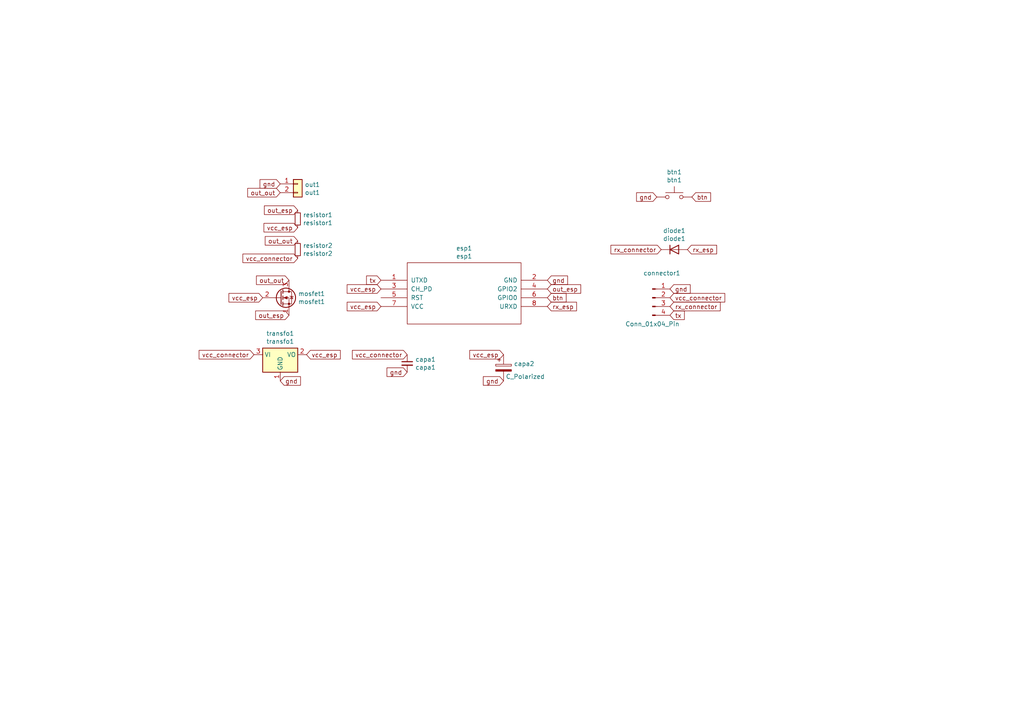
<source format=kicad_sch>
(kicad_sch (version 20230121) (generator eeschema)
  (paper "A4")
  (lib_symbols
    (symbol "Connector:Conn_01x04_Pin" (pin_names (offset 1.016) hide)
      (property "Reference" "J" (at 0 5.08 0))
      (property "Value" "Conn_01x04_Pin" (at 0 -7.62 0))
      (symbol "Conn_01x04_Pin_1_1"
        (polyline (pts (xy 1.27 -5.08) (xy 0.8636 -5.08)) (stroke (width 0.1524)))
        (polyline (pts (xy 1.27 -2.54) (xy 0.8636 -2.54)) (stroke (width 0.1524)))
        (polyline (pts (xy 1.27 0) (xy 0.8636 0)) (stroke (width 0.1524)))
        (polyline (pts (xy 1.27 2.54) (xy 0.8636 2.54)) (stroke (width 0.1524)))
        (rectangle (start 0.8636 -4.953) (end 0 -5.207) (stroke (width 0.1524)) (fill (type outline)))
        (rectangle (start 0.8636 -2.413) (end 0 -2.667) (stroke (width 0.1524)) (fill (type outline)))
        (rectangle (start 0.8636 0.127) (end 0 -0.127) (stroke (width 0.1524)) (fill (type outline)))
        (rectangle (start 0.8636 2.667) (end 0 2.413) (stroke (width 0.1524)) (fill (type outline)))
        (pin passive line (at 5.08 2.54 180) (length 3.81) (name "Pin_1") (number "1"))
        (pin passive line (at 5.08 0 180) (length 3.81) (name "Pin_2") (number "2"))
        (pin passive line (at 5.08 -2.54 180) (length 3.81) (name "Pin_3") (number "3"))
        (pin passive line (at 5.08 -5.08 180) (length 3.81) (name "Pin_4") (number "4"))
      )
    )
    (symbol "Connector_Generic:Conn_01x02" (pin_names (offset 1.016) hide)
      (property "Reference" "J" (at 0 2.54 0))
      (property "Value" "Conn_01x02" (at 0 -5.08 0))
      (symbol "Conn_01x02_1_1"
        (rectangle (start -1.27 -2.413) (end 0 -2.667) (stroke (width 0.1524)))
        (rectangle (start -1.27 0.127) (end 0 -0.127) (stroke (width 0.1524)))
        (rectangle (start -1.27 1.27) (end 1.27 -3.81) (stroke (width 0.254)) (fill (type background)))
        (pin passive line (at -5.08 0 0) (length 3.81) (name "Pin_1") (number "1"))
        (pin passive line (at -5.08 -2.54 0) (length 3.81) (name "Pin_2") (number "2"))
      )
    )
    (symbol "Device:C_Polarized" (pin_numbers hide) (pin_names (offset 0.254))
      (property "Reference" "C" (at 0.635 2.54 0))
      (property "Value" "C_Polarized" (at 0.635 -2.54 0))
      (symbol "C_Polarized_0_1"
        (rectangle (start -2.286 0.508) (end 2.286 1.016))
        (polyline (pts (xy -1.778 2.286) (xy -0.762 2.286)))
        (polyline (pts (xy -1.27 2.794) (xy -1.27 1.778)))
        (rectangle (start 2.286 -0.508) (end -2.286 -1.016) (fill (type outline)))
      )
      (symbol "C_Polarized_1_1"
        (pin passive line (at 0 3.81 270) (length 2.794) (name "~") (number "1"))
        (pin passive line (at 0 -3.81 90) (length 2.794) (name "~") (number "2"))
      )
    )
    (symbol "Device:C_Small" (pin_numbers hide) (pin_names (offset 0.254) hide)
      (property "Reference" "C" (at 0.254 1.778 0))
      (property "Value" "C_Small" (at 0.254 -2.032 0))
      (symbol "C_Small_0_1"
        (polyline (pts (xy -1.524 -0.508) (xy 1.524 -0.508)) (stroke (width 0.3302)))
        (polyline (pts (xy -1.524 0.508) (xy 1.524 0.508)) (stroke (width 0.3048)))
      )
      (symbol "C_Small_1_1"
        (pin passive line (at 0 2.54 270) (length 2.032) (name "~") (number "1"))
        (pin passive line (at 0 -2.54 90) (length 2.032) (name "~") (number "2"))
      )
    )
    (symbol "Device:D" (pin_numbers hide) (pin_names (offset 1.016) hide)
      (property "Reference" "D" (at 0 2.54 0))
      (property "Value" "D" (at 0 -2.54 0))
      (symbol "D_0_1"
        (polyline (pts (xy -1.27 1.27) (xy -1.27 -1.27)) (stroke (width 0.254)))
        (polyline (pts (xy 1.27 0) (xy -1.27 0)))
        (polyline (pts (xy 1.27 1.27) (xy 1.27 -1.27) (xy -1.27 0) (xy 1.27 1.27)) (stroke (width 0.254)))
      )
      (symbol "D_1_1"
        (pin passive line (at -3.81 0 0) (length 2.54) (name "K") (number "1"))
        (pin passive line (at 3.81 0 180) (length 2.54) (name "A") (number "2"))
      )
    )
    (symbol "Device:R_Small" (pin_numbers hide) (pin_names (offset 0.254) hide)
      (property "Reference" "R" (at 0.762 0.508 0))
      (property "Value" "R_Small" (at 0.762 -1.016 0))
      (symbol "R_Small_0_1"
        (rectangle (start -0.762 1.778) (end 0.762 -1.778) (stroke (width 0.2032)))
      )
      (symbol "R_Small_1_1"
        (pin passive line (at 0 2.54 270) (length 0.762) (name "~") (number "1"))
        (pin passive line (at 0 -2.54 90) (length 0.762) (name "~") (number "2"))
      )
    )
    (symbol "ESP8266:ESP-01v090" (pin_names (offset 1.016))
      (property "Reference" "U" (at 0 -2.54 0))
      (property "Value" "ESP-01v090" (at 0 2.54 0))
      (symbol "ESP-01v090_1_0"
        (rectangle (start -16.51 -8.89) (end 16.51 8.89))
      )
      (symbol "ESP-01v090_1_1"
        (pin output line (at -24.13 3.81 0) (length 7.62) (name "UTXD") (number "1"))
        (pin power_in line (at 24.13 3.81 180) (length 7.62) (name "GND") (number "2"))
        (pin input line (at -24.13 1.27 0) (length 7.62) (name "CH_PD") (number "3"))
        (pin tri_state line (at 24.13 1.27 180) (length 7.62) (name "GPIO2") (number "4"))
        (pin input line (at -24.13 -1.27 0) (length 7.62) (name "RST") (number "5"))
        (pin tri_state line (at 24.13 -1.27 180) (length 7.62) (name "GPIO0") (number "6"))
        (pin power_in line (at -24.13 -3.81 0) (length 7.62) (name "VCC") (number "7"))
        (pin input line (at 24.13 -3.81 180) (length 7.62) (name "URXD") (number "8"))
      )
    )
    (symbol "Regulator_Linear:LD1117S33TR_SOT223"
      (property "Reference" "U" (at -3.81 3.175 0))
      (property "Value" "LD1117S33TR_SOT223" (at 0 3.175 0))
      (symbol "LD1117S33TR_SOT223_0_1"
        (rectangle (start -5.08 -5.08) (end 5.08 1.905) (stroke (width 0.254)) (fill (type background)))
      )
      (symbol "LD1117S33TR_SOT223_1_1"
        (pin power_in line (at 0 -7.62 90) (length 2.54) (name "GND") (number "1"))
        (pin power_out line (at 7.62 0 180) (length 2.54) (name "VO") (number "2"))
        (pin power_in line (at -7.62 0 0) (length 2.54) (name "VI") (number "3"))
      )
    )
    (symbol "Switch:SW_Push" (pin_numbers hide) (pin_names (offset 1.016) hide)
      (property "Reference" "SW" (at 1.27 2.54 0))
      (property "Value" "SW_Push" (at 0 -1.524 0))
      (symbol "SW_Push_0_1"
        (circle (center -2.032 0) (radius 0.508))
        (polyline (pts (xy 0 1.27) (xy 0 3.048)))
        (polyline (pts (xy 2.54 1.27) (xy -2.54 1.27)))
        (circle (center 2.032 0) (radius 0.508))
        (pin passive line (at -5.08 0 0) (length 2.54) (name "1") (number "1"))
        (pin passive line (at 5.08 0 180) (length 2.54) (name "2") (number "2"))
      )
    )
    (symbol "Transistor_FET:2N7000" (pin_names hide)
      (property "Reference" "Q" (at 5.08 1.905 0))
      (property "Value" "2N7000" (at 5.08 0 0))
      (symbol "2N7000_0_1"
        (polyline (pts (xy 0.254 0) (xy -2.54 0)))
        (polyline (pts (xy 0.254 1.905) (xy 0.254 -1.905)) (stroke (width 0.254)))
        (polyline (pts (xy 0.762 -1.27) (xy 0.762 -2.286)) (stroke (width 0.254)))
        (polyline (pts (xy 0.762 0.508) (xy 0.762 -0.508)) (stroke (width 0.254)))
        (polyline (pts (xy 0.762 2.286) (xy 0.762 1.27)) (stroke (width 0.254)))
        (polyline (pts (xy 2.54 2.54) (xy 2.54 1.778)))
        (polyline (pts (xy 2.54 -2.54) (xy 2.54 0) (xy 0.762 0)))
        (polyline (pts (xy 0.762 -1.778) (xy 3.302 -1.778) (xy 3.302 1.778) (xy 0.762 1.778)))
        (polyline (pts (xy 1.016 0) (xy 2.032 0.381) (xy 2.032 -0.381) (xy 1.016 0)) (fill (type outline)))
        (polyline (pts (xy 2.794 0.508) (xy 2.921 0.381) (xy 3.683 0.381) (xy 3.81 0.254)))
        (polyline (pts (xy 3.302 0.381) (xy 2.921 -0.254) (xy 3.683 -0.254) (xy 3.302 0.381)))
        (circle (center 1.651 0) (radius 2.794) (stroke (width 0.254)))
        (circle (center 2.54 -1.778) (radius 0.254) (fill (type outline)))
        (circle (center 2.54 1.778) (radius 0.254) (fill (type outline)))
      )
      (symbol "2N7000_1_1"
        (pin passive line (at 2.54 -5.08 90) (length 2.54) (name "S") (number "1"))
        (pin input line (at -5.08 0 0) (length 2.54) (name "G") (number "2"))
        (pin passive line (at 2.54 5.08 270) (length 2.54) (name "D") (number "3"))
      )
    )
  )
  (global_label "vcc_esp" (shape input) (at 110.49 83.82 180) (property "Intersheetrefs" "${INTERSHEET_REFS}" (effects hide)))
  (global_label "vcc_esp" (shape input) (at 110.49 88.9 180) (property "Intersheetrefs" "${INTERSHEET_REFS}" (effects hide)))
  (global_label "btn" (shape input) (at 200.66 57.15 0) (property "Intersheetrefs" "${INTERSHEET_REFS}" (effects hide)))
  (global_label "gnd" (shape input) (at 81.28 53.34 180) (property "Intersheetrefs" "${INTERSHEET_REFS}" (effects hide)))
  (global_label "rx_connector" (shape input) (at 191.77 72.39 180) (property "Intersheetrefs" "${INTERSHEET_REFS}" (effects hide)))
  (global_label "tx" (shape input) (at 110.49 81.28 180) (property "Intersheetrefs" "${INTERSHEET_REFS}" (effects hide)))
  (global_label "vcc_connector" (shape input) (at 73.66 102.87 180) (property "Intersheetrefs" "${INTERSHEET_REFS}" (effects hide)))
  (global_label "vcc_connector" (shape input) (at 86.36 74.93 180) (property "Intersheetrefs" "${INTERSHEET_REFS}" (effects hide)))
  (global_label "gnd" (shape input) (at 146.05 110.49 180) (property "Intersheetrefs" "${INTERSHEET_REFS}" (effects hide)))
  (global_label "vcc_connector" (shape input) (at 194.31 86.36 0) (property "Intersheetrefs" "${INTERSHEET_REFS}" (effects hide)))
  (global_label "out_out" (shape input) (at 83.82 81.28 180) (property "Intersheetrefs" "${INTERSHEET_REFS}" (effects hide)))
  (global_label "vcc_esp" (shape input) (at 146.05 102.87 180) (property "Intersheetrefs" "${INTERSHEET_REFS}" (effects hide)))
  (global_label "rx_esp" (shape input) (at 199.39 72.39 0) (property "Intersheetrefs" "${INTERSHEET_REFS}" (effects hide)))
  (global_label "rx_esp" (shape input) (at 158.75 88.9 0) (property "Intersheetrefs" "${INTERSHEET_REFS}" (effects hide)))
  (global_label "vcc_esp" (shape input) (at 88.9 102.87 0) (property "Intersheetrefs" "${INTERSHEET_REFS}" (effects hide)))
  (global_label "out_out" (shape input) (at 86.36 69.85 180) (property "Intersheetrefs" "${INTERSHEET_REFS}" (effects hide)))
  (global_label "gnd" (shape input) (at 158.75 81.28 0) (property "Intersheetrefs" "${INTERSHEET_REFS}" (effects hide)))
  (global_label "out_esp" (shape input) (at 158.75 83.82 0) (property "Intersheetrefs" "${INTERSHEET_REFS}" (effects hide)))
  (global_label "vcc_connector" (shape input) (at 118.11 102.87 180) (property "Intersheetrefs" "${INTERSHEET_REFS}" (effects hide)))
  (global_label "out_esp" (shape input) (at 83.82 91.44 180) (property "Intersheetrefs" "${INTERSHEET_REFS}" (effects hide)))
  (global_label "vcc_esp" (shape input) (at 86.36 66.04 180) (property "Intersheetrefs" "${INTERSHEET_REFS}" (effects hide)))
  (global_label "rx_connector" (shape input) (at 194.31 88.9 0) (property "Intersheetrefs" "${INTERSHEET_REFS}" (effects hide)))
  (global_label "gnd" (shape input) (at 118.11 107.95 180) (property "Intersheetrefs" "${INTERSHEET_REFS}" (effects hide)))
  (global_label "gnd" (shape input) (at 194.31 83.82 0) (property "Intersheetrefs" "${INTERSHEET_REFS}" (effects hide)))
  (global_label "vcc_esp" (shape input) (at 76.2 86.36 180) (property "Intersheetrefs" "${INTERSHEET_REFS}" (effects hide)))
  (global_label "out_esp" (shape input) (at 86.36 60.96 180) (property "Intersheetrefs" "${INTERSHEET_REFS}" (effects hide)))
  (global_label "tx" (shape input) (at 194.31 91.44 0) (property "Intersheetrefs" "${INTERSHEET_REFS}" (effects hide)))
  (global_label "btn" (shape input) (at 158.75 86.36 0) (property "Intersheetrefs" "${INTERSHEET_REFS}" (effects hide)))
  (global_label "gnd" (shape input) (at 81.28 110.49 0) (property "Intersheetrefs" "${INTERSHEET_REFS}" (effects hide)))
  (global_label "out_out" (shape input) (at 81.28 55.88 180) (property "Intersheetrefs" "${INTERSHEET_REFS}" (effects hide)))
  (global_label "gnd" (shape input) (at 190.5 57.15 180) (property "Intersheetrefs" "${INTERSHEET_REFS}" (effects hide)))
  (symbol (lib_id "ESP8266:ESP-01v090") (at 134.62 85.09 0) (unit 1)
    (property "Reference" "esp1" (at 134.62 72.009 0))
    (property "Value" "esp1" (at 134.62 74.3204 0))
    (property "Footprint" "ESP8266:ESP-01" (effects hide))
    (property "Datasheet" "http://l0l.org.uk/2014/12/esp8266-modules-hardware-guide-gotta-catch-em-all/" (effects hide))
  )
  (symbol (lib_id "Switch:SW_Push") (at 195.58 57.15 0) (unit 1)
    (property "Reference" "btn1" (at 195.58 49.911 0))
    (property "Value" "btn1" (at 195.58 52.2224 0))
    (property "Footprint" "Buttons_Switches_THT:SW_PUSH_6mm" (effects hide))
  )
  (symbol (lib_id "Device:D") (at 195.58 72.39 0) (unit 1)
    (property "Reference" "diode1" (at 195.58 66.9036 0))
    (property "Value" "diode1" (at 195.58 69.215 0))
    (property "Footprint" "Diodes_THT:D_DO-35_SOD27_P7.62mm_Horizontal" (effects hide))
  )
  (symbol (lib_id "Connector:Conn_01x04_Pin") (at 189.23 86.36 0) (unit 1)
    (property "Reference" "connector1" (at 191.9732 79.2226 0))
    (property "Value" "Conn_01x04_Pin" (at 189.23 93.98 0))
    (property "Footprint" "Pin_Headers:Pin_Header_Straight_1x04_Pitch2.54mm" (effects hide))
  )
  (symbol (lib_id "Connector_Generic:Conn_01x02") (at 86.36 53.34 0) (unit 1)
    (property "Reference" "out1" (at 88.392 53.5432 0) (effects (justify left)))
    (property "Value" "out1" (at 88.392 55.8546 0) (effects (justify left)))
    (property "Footprint" "Pin_Headers:Pin_Header_Straight_1x02_Pitch2.54mm" (effects hide))
  )
  (symbol (lib_id "Device:R_Small") (at 86.36 63.5 0) (unit 1)
    (property "Reference" "resistor1" (at 87.8586 62.3316 0) (effects (justify left)))
    (property "Value" "resistor1" (at 87.8586 64.643 0) (effects (justify left)))
    (property "Footprint" "Resistors_THT:R_Axial_DIN0207_L6.3mm_D2.5mm_P7.62mm_Horizontal" (effects hide))
  )
  (symbol (lib_id "Device:R_Small") (at 86.36 72.39 0) (unit 1)
    (property "Reference" "resistor2" (at 87.8586 71.2216 0) (effects (justify left)))
    (property "Value" "resistor2" (at 87.8586 73.533 0) (effects (justify left)))
    (property "Footprint" "Resistors_THT:R_Axial_DIN0207_L6.3mm_D2.5mm_P7.62mm_Horizontal" (effects hide))
  )
  (symbol (lib_id "Transistor_FET:2N7000") (at 81.28 86.36 0) (unit 1)
    (property "Reference" "mosfet1" (at 86.4616 85.1916 0) (effects (justify left)))
    (property "Value" "mosfet1" (at 86.4616 87.503 0) (effects (justify left)))
    (property "Footprint" "TO_SOT_Packages_THT:TO-92_Inline_Wide" (effects hide))
    (property "Datasheet" "https://www.fairchildsemi.com/datasheets/BS/BSS138.pdf" (effects hide))
  )
  (symbol (lib_id "Regulator_Linear:LD1117S33TR_SOT223") (at 81.28 102.87 0) (unit 1)
    (property "Reference" "transfo1" (at 81.28 96.7232 0))
    (property "Value" "transfo1" (at 81.28 99.0346 0))
    (property "Footprint" "TO_SOT_Packages_THT:TO-220-3_Vertical" (effects hide))
    (property "Datasheet" "http://www.st.com/content/ccc/resource/technical/document/datasheet/c4/0e/7e/2a/be/bc/4c/bd/CD00000546.pdf/files/CD00000546.pdf/jcr:content/translations/en.CD00000546.pdf" (effects hide))
  )
  (symbol (lib_id "Device:C_Small") (at 118.11 105.41 0) (unit 1)
    (property "Reference" "capa1" (at 120.4468 104.2416 0) (effects (justify left)))
    (property "Value" "capa1" (at 120.4468 106.553 0) (effects (justify left)))
    (property "Footprint" "Capacitors_THT:C_Disc_D3.0mm_W1.6mm_P2.50mm" (effects hide))
  )
  (symbol (lib_id "Device:C_Polarized") (at 146.05 106.68 0) (unit 1)
    (property "Reference" "capa2" (at 149.0472 105.5116 0) (effects (justify left)))
    (property "Value" "C_Polarized" (at 146.685 109.22 0) (effects (justify left)))
    (property "Footprint" "Capacitors_THT:CP_Radial_D5.0mm_P2.00mm" (effects hide))
  )
)
</source>
